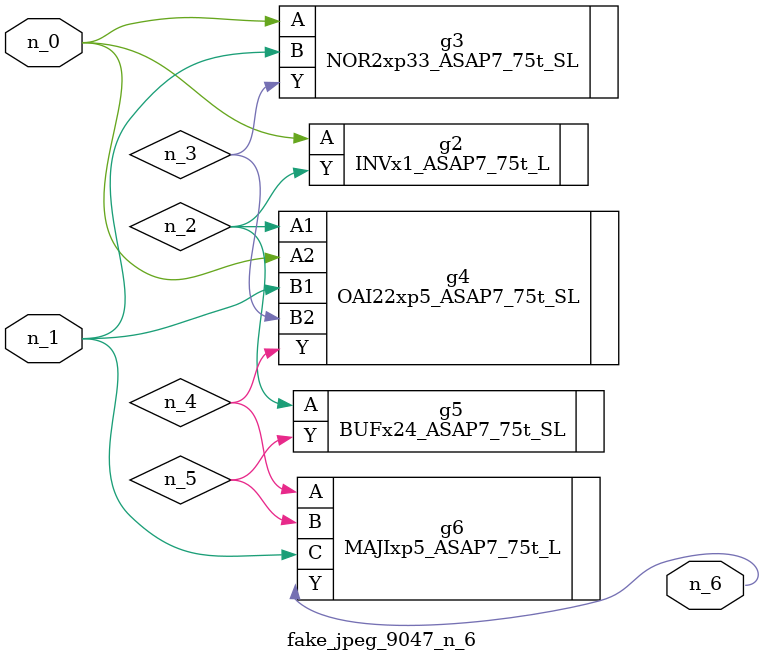
<source format=v>
module fake_jpeg_9047_n_6 (n_0, n_1, n_6);

input n_0;
input n_1;

output n_6;

wire n_3;
wire n_2;
wire n_4;
wire n_5;

INVx1_ASAP7_75t_L g2 ( 
.A(n_0),
.Y(n_2)
);

NOR2xp33_ASAP7_75t_SL g3 ( 
.A(n_0),
.B(n_1),
.Y(n_3)
);

OAI22xp5_ASAP7_75t_SL g4 ( 
.A1(n_2),
.A2(n_0),
.B1(n_1),
.B2(n_3),
.Y(n_4)
);

MAJIxp5_ASAP7_75t_L g6 ( 
.A(n_4),
.B(n_5),
.C(n_1),
.Y(n_6)
);

BUFx24_ASAP7_75t_SL g5 ( 
.A(n_2),
.Y(n_5)
);


endmodule
</source>
